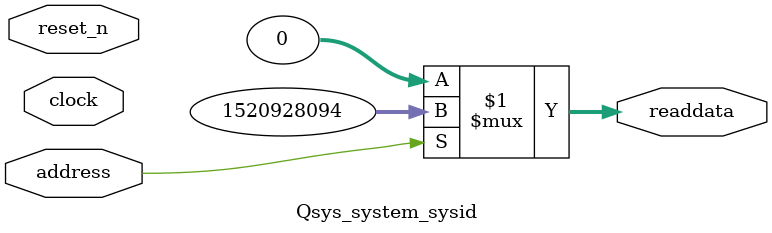
<source format=v>



// synthesis translate_off
`timescale 1ns / 1ps
// synthesis translate_on

// turn off superfluous verilog processor warnings 
// altera message_level Level1 
// altera message_off 10034 10035 10036 10037 10230 10240 10030 

module Qsys_system_sysid (
               // inputs:
                address,
                clock,
                reset_n,

               // outputs:
                readdata
             )
;

  output  [ 31: 0] readdata;
  input            address;
  input            clock;
  input            reset_n;

  wire    [ 31: 0] readdata;
  //control_slave, which is an e_avalon_slave
  assign readdata = address ? 1520928094 : 0;

endmodule




</source>
